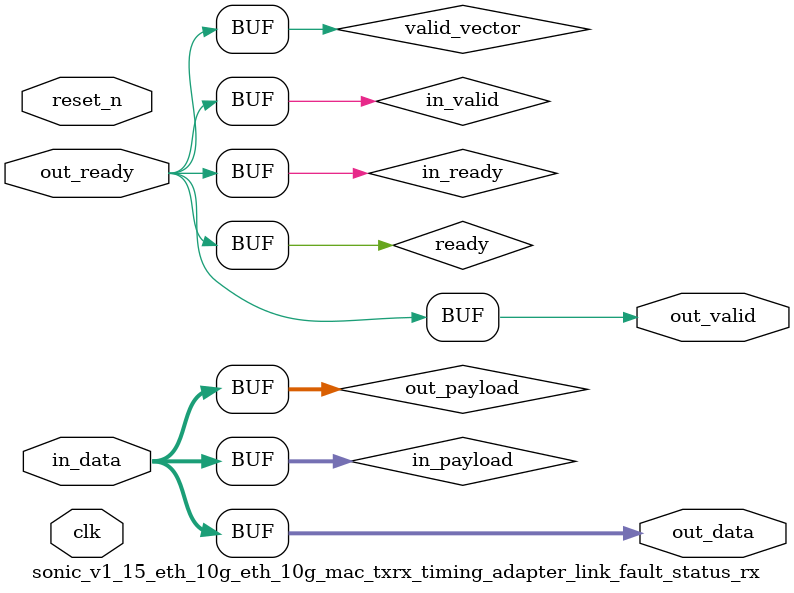
<source format=v>

`timescale 1ns / 100ps
module sonic_v1_15_eth_10g_eth_10g_mac_txrx_timing_adapter_link_fault_status_rx (
    
      // Interface: clk
      input              clk,
      // Interface: reset
      input              reset_n,
      // Interface: in
      input      [ 1: 0] in_data,
      // Interface: out
      output reg [ 1: 0] out_data,
      input              out_ready,
      output reg         out_valid
);




   // ---------------------------------------------------------------------
   //| Signal Declarations
   // ---------------------------------------------------------------------

   reg  [ 1: 0] in_payload;
   reg  [ 1: 0] out_payload;
   reg  [ 0: 0] ready;
   reg          in_ready;
   // synthesis translate_off
   always @(negedge in_ready) begin
      $display("%m: The downstream component is backpressuring by deasserting ready, but the upstream component can't be backpressured.");
   end
   // synthesis translate_on   
   reg          in_valid;
   reg  [ 0: 0] valid_vector;


   // ---------------------------------------------------------------------
   //| Payload Mapping
   // ---------------------------------------------------------------------
   always @* begin
     in_payload = {in_data};
     {out_data} = out_payload;
   end

   // ---------------------------------------------------------------------
   //| Ready & valid signals.
   // ---------------------------------------------------------------------
   always @* begin
     ready[0] = out_ready;
     out_valid = in_valid;
     out_payload = in_payload;
     in_ready = ready[0];
   end



   // ---------------------------------------------------------------------
   //| Input Valid Generation
   // ---------------------------------------------------------------------
   always @* begin
      valid_vector[0] = in_ready;
      in_valid        = valid_vector[0];
   end


endmodule


</source>
